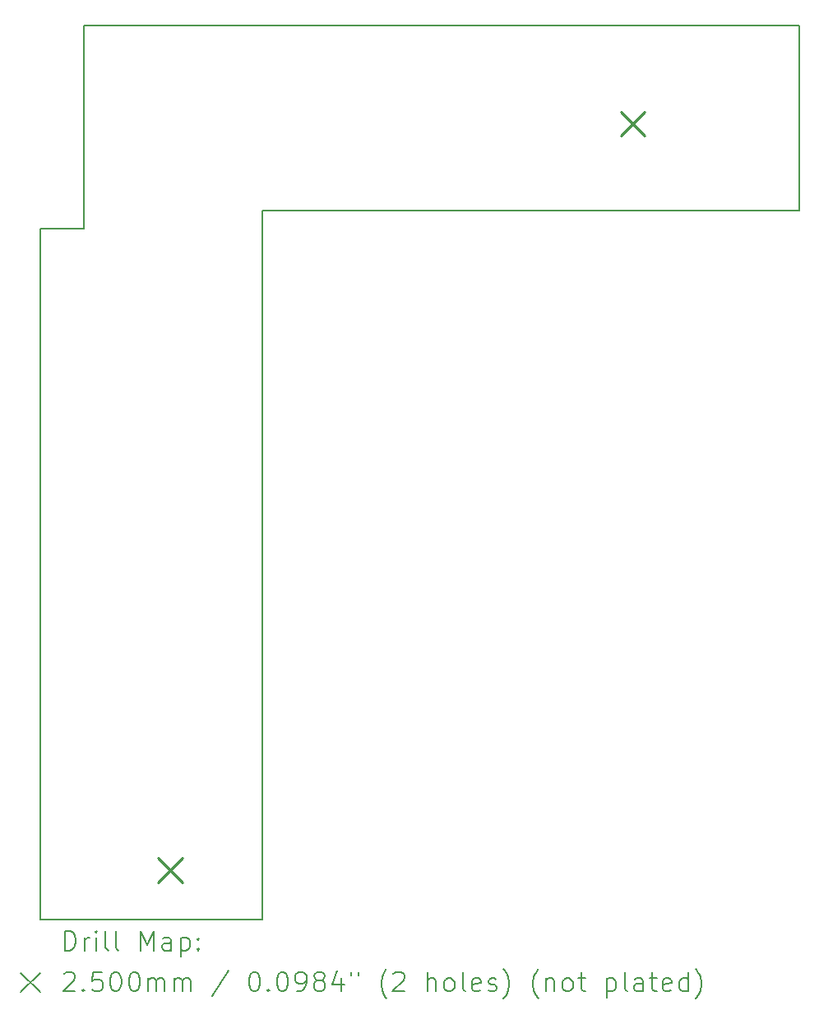
<source format=gbr>
%FSLAX45Y45*%
G04 Gerber Fmt 4.5, Leading zero omitted, Abs format (unit mm)*
G04 Created by KiCad (PCBNEW (6.0.5)) date 2023-01-02 22:47:55*
%MOMM*%
%LPD*%
G01*
G04 APERTURE LIST*
%TA.AperFunction,Profile*%
%ADD10C,0.150000*%
%TD*%
%ADD11C,0.200000*%
%ADD12C,0.250000*%
G04 APERTURE END LIST*
D10*
X10541000Y-8890000D02*
X10541000Y-6794500D01*
X17907000Y-8699500D02*
X17907000Y-6794500D01*
X17907000Y-6794500D02*
X10541000Y-6794500D01*
X10096500Y-16002000D02*
X10096500Y-8890000D01*
X10096500Y-8890000D02*
X10541000Y-8890000D01*
X12382500Y-16002000D02*
X12382500Y-8699500D01*
X12382500Y-16002000D02*
X10096500Y-16002000D01*
X12382500Y-8699500D02*
X17907000Y-8699500D01*
D11*
D12*
X11305000Y-15369000D02*
X11555000Y-15619000D01*
X11555000Y-15369000D02*
X11305000Y-15619000D01*
X16067500Y-7685500D02*
X16317500Y-7935500D01*
X16317500Y-7685500D02*
X16067500Y-7935500D01*
D11*
X10346619Y-16319976D02*
X10346619Y-16119976D01*
X10394238Y-16119976D01*
X10422810Y-16129500D01*
X10441857Y-16148548D01*
X10451381Y-16167595D01*
X10460905Y-16205690D01*
X10460905Y-16234262D01*
X10451381Y-16272357D01*
X10441857Y-16291405D01*
X10422810Y-16310452D01*
X10394238Y-16319976D01*
X10346619Y-16319976D01*
X10546619Y-16319976D02*
X10546619Y-16186643D01*
X10546619Y-16224738D02*
X10556143Y-16205690D01*
X10565667Y-16196167D01*
X10584714Y-16186643D01*
X10603762Y-16186643D01*
X10670429Y-16319976D02*
X10670429Y-16186643D01*
X10670429Y-16119976D02*
X10660905Y-16129500D01*
X10670429Y-16139024D01*
X10679952Y-16129500D01*
X10670429Y-16119976D01*
X10670429Y-16139024D01*
X10794238Y-16319976D02*
X10775190Y-16310452D01*
X10765667Y-16291405D01*
X10765667Y-16119976D01*
X10899000Y-16319976D02*
X10879952Y-16310452D01*
X10870429Y-16291405D01*
X10870429Y-16119976D01*
X11127571Y-16319976D02*
X11127571Y-16119976D01*
X11194238Y-16262833D01*
X11260905Y-16119976D01*
X11260905Y-16319976D01*
X11441857Y-16319976D02*
X11441857Y-16215214D01*
X11432333Y-16196167D01*
X11413286Y-16186643D01*
X11375190Y-16186643D01*
X11356143Y-16196167D01*
X11441857Y-16310452D02*
X11422809Y-16319976D01*
X11375190Y-16319976D01*
X11356143Y-16310452D01*
X11346619Y-16291405D01*
X11346619Y-16272357D01*
X11356143Y-16253309D01*
X11375190Y-16243786D01*
X11422809Y-16243786D01*
X11441857Y-16234262D01*
X11537095Y-16186643D02*
X11537095Y-16386643D01*
X11537095Y-16196167D02*
X11556143Y-16186643D01*
X11594238Y-16186643D01*
X11613286Y-16196167D01*
X11622809Y-16205690D01*
X11632333Y-16224738D01*
X11632333Y-16281881D01*
X11622809Y-16300928D01*
X11613286Y-16310452D01*
X11594238Y-16319976D01*
X11556143Y-16319976D01*
X11537095Y-16310452D01*
X11718048Y-16300928D02*
X11727571Y-16310452D01*
X11718048Y-16319976D01*
X11708524Y-16310452D01*
X11718048Y-16300928D01*
X11718048Y-16319976D01*
X11718048Y-16196167D02*
X11727571Y-16205690D01*
X11718048Y-16215214D01*
X11708524Y-16205690D01*
X11718048Y-16196167D01*
X11718048Y-16215214D01*
X9889000Y-16549500D02*
X10089000Y-16749500D01*
X10089000Y-16549500D02*
X9889000Y-16749500D01*
X10337095Y-16559024D02*
X10346619Y-16549500D01*
X10365667Y-16539976D01*
X10413286Y-16539976D01*
X10432333Y-16549500D01*
X10441857Y-16559024D01*
X10451381Y-16578071D01*
X10451381Y-16597119D01*
X10441857Y-16625690D01*
X10327571Y-16739976D01*
X10451381Y-16739976D01*
X10537095Y-16720928D02*
X10546619Y-16730452D01*
X10537095Y-16739976D01*
X10527571Y-16730452D01*
X10537095Y-16720928D01*
X10537095Y-16739976D01*
X10727571Y-16539976D02*
X10632333Y-16539976D01*
X10622810Y-16635214D01*
X10632333Y-16625690D01*
X10651381Y-16616167D01*
X10699000Y-16616167D01*
X10718048Y-16625690D01*
X10727571Y-16635214D01*
X10737095Y-16654262D01*
X10737095Y-16701881D01*
X10727571Y-16720928D01*
X10718048Y-16730452D01*
X10699000Y-16739976D01*
X10651381Y-16739976D01*
X10632333Y-16730452D01*
X10622810Y-16720928D01*
X10860905Y-16539976D02*
X10879952Y-16539976D01*
X10899000Y-16549500D01*
X10908524Y-16559024D01*
X10918048Y-16578071D01*
X10927571Y-16616167D01*
X10927571Y-16663786D01*
X10918048Y-16701881D01*
X10908524Y-16720928D01*
X10899000Y-16730452D01*
X10879952Y-16739976D01*
X10860905Y-16739976D01*
X10841857Y-16730452D01*
X10832333Y-16720928D01*
X10822810Y-16701881D01*
X10813286Y-16663786D01*
X10813286Y-16616167D01*
X10822810Y-16578071D01*
X10832333Y-16559024D01*
X10841857Y-16549500D01*
X10860905Y-16539976D01*
X11051381Y-16539976D02*
X11070429Y-16539976D01*
X11089476Y-16549500D01*
X11099000Y-16559024D01*
X11108524Y-16578071D01*
X11118048Y-16616167D01*
X11118048Y-16663786D01*
X11108524Y-16701881D01*
X11099000Y-16720928D01*
X11089476Y-16730452D01*
X11070429Y-16739976D01*
X11051381Y-16739976D01*
X11032333Y-16730452D01*
X11022810Y-16720928D01*
X11013286Y-16701881D01*
X11003762Y-16663786D01*
X11003762Y-16616167D01*
X11013286Y-16578071D01*
X11022810Y-16559024D01*
X11032333Y-16549500D01*
X11051381Y-16539976D01*
X11203762Y-16739976D02*
X11203762Y-16606643D01*
X11203762Y-16625690D02*
X11213286Y-16616167D01*
X11232333Y-16606643D01*
X11260905Y-16606643D01*
X11279952Y-16616167D01*
X11289476Y-16635214D01*
X11289476Y-16739976D01*
X11289476Y-16635214D02*
X11299000Y-16616167D01*
X11318048Y-16606643D01*
X11346619Y-16606643D01*
X11365667Y-16616167D01*
X11375190Y-16635214D01*
X11375190Y-16739976D01*
X11470428Y-16739976D02*
X11470428Y-16606643D01*
X11470428Y-16625690D02*
X11479952Y-16616167D01*
X11499000Y-16606643D01*
X11527571Y-16606643D01*
X11546619Y-16616167D01*
X11556143Y-16635214D01*
X11556143Y-16739976D01*
X11556143Y-16635214D02*
X11565667Y-16616167D01*
X11584714Y-16606643D01*
X11613286Y-16606643D01*
X11632333Y-16616167D01*
X11641857Y-16635214D01*
X11641857Y-16739976D01*
X12032333Y-16530452D02*
X11860905Y-16787595D01*
X12289476Y-16539976D02*
X12308524Y-16539976D01*
X12327571Y-16549500D01*
X12337095Y-16559024D01*
X12346619Y-16578071D01*
X12356143Y-16616167D01*
X12356143Y-16663786D01*
X12346619Y-16701881D01*
X12337095Y-16720928D01*
X12327571Y-16730452D01*
X12308524Y-16739976D01*
X12289476Y-16739976D01*
X12270428Y-16730452D01*
X12260905Y-16720928D01*
X12251381Y-16701881D01*
X12241857Y-16663786D01*
X12241857Y-16616167D01*
X12251381Y-16578071D01*
X12260905Y-16559024D01*
X12270428Y-16549500D01*
X12289476Y-16539976D01*
X12441857Y-16720928D02*
X12451381Y-16730452D01*
X12441857Y-16739976D01*
X12432333Y-16730452D01*
X12441857Y-16720928D01*
X12441857Y-16739976D01*
X12575190Y-16539976D02*
X12594238Y-16539976D01*
X12613286Y-16549500D01*
X12622809Y-16559024D01*
X12632333Y-16578071D01*
X12641857Y-16616167D01*
X12641857Y-16663786D01*
X12632333Y-16701881D01*
X12622809Y-16720928D01*
X12613286Y-16730452D01*
X12594238Y-16739976D01*
X12575190Y-16739976D01*
X12556143Y-16730452D01*
X12546619Y-16720928D01*
X12537095Y-16701881D01*
X12527571Y-16663786D01*
X12527571Y-16616167D01*
X12537095Y-16578071D01*
X12546619Y-16559024D01*
X12556143Y-16549500D01*
X12575190Y-16539976D01*
X12737095Y-16739976D02*
X12775190Y-16739976D01*
X12794238Y-16730452D01*
X12803762Y-16720928D01*
X12822809Y-16692357D01*
X12832333Y-16654262D01*
X12832333Y-16578071D01*
X12822809Y-16559024D01*
X12813286Y-16549500D01*
X12794238Y-16539976D01*
X12756143Y-16539976D01*
X12737095Y-16549500D01*
X12727571Y-16559024D01*
X12718048Y-16578071D01*
X12718048Y-16625690D01*
X12727571Y-16644738D01*
X12737095Y-16654262D01*
X12756143Y-16663786D01*
X12794238Y-16663786D01*
X12813286Y-16654262D01*
X12822809Y-16644738D01*
X12832333Y-16625690D01*
X12946619Y-16625690D02*
X12927571Y-16616167D01*
X12918048Y-16606643D01*
X12908524Y-16587595D01*
X12908524Y-16578071D01*
X12918048Y-16559024D01*
X12927571Y-16549500D01*
X12946619Y-16539976D01*
X12984714Y-16539976D01*
X13003762Y-16549500D01*
X13013286Y-16559024D01*
X13022809Y-16578071D01*
X13022809Y-16587595D01*
X13013286Y-16606643D01*
X13003762Y-16616167D01*
X12984714Y-16625690D01*
X12946619Y-16625690D01*
X12927571Y-16635214D01*
X12918048Y-16644738D01*
X12908524Y-16663786D01*
X12908524Y-16701881D01*
X12918048Y-16720928D01*
X12927571Y-16730452D01*
X12946619Y-16739976D01*
X12984714Y-16739976D01*
X13003762Y-16730452D01*
X13013286Y-16720928D01*
X13022809Y-16701881D01*
X13022809Y-16663786D01*
X13013286Y-16644738D01*
X13003762Y-16635214D01*
X12984714Y-16625690D01*
X13194238Y-16606643D02*
X13194238Y-16739976D01*
X13146619Y-16530452D02*
X13099000Y-16673309D01*
X13222809Y-16673309D01*
X13289476Y-16539976D02*
X13289476Y-16578071D01*
X13365667Y-16539976D02*
X13365667Y-16578071D01*
X13660905Y-16816167D02*
X13651381Y-16806643D01*
X13632333Y-16778071D01*
X13622809Y-16759024D01*
X13613286Y-16730452D01*
X13603762Y-16682833D01*
X13603762Y-16644738D01*
X13613286Y-16597119D01*
X13622809Y-16568548D01*
X13632333Y-16549500D01*
X13651381Y-16520928D01*
X13660905Y-16511405D01*
X13727571Y-16559024D02*
X13737095Y-16549500D01*
X13756143Y-16539976D01*
X13803762Y-16539976D01*
X13822809Y-16549500D01*
X13832333Y-16559024D01*
X13841857Y-16578071D01*
X13841857Y-16597119D01*
X13832333Y-16625690D01*
X13718048Y-16739976D01*
X13841857Y-16739976D01*
X14079952Y-16739976D02*
X14079952Y-16539976D01*
X14165667Y-16739976D02*
X14165667Y-16635214D01*
X14156143Y-16616167D01*
X14137095Y-16606643D01*
X14108524Y-16606643D01*
X14089476Y-16616167D01*
X14079952Y-16625690D01*
X14289476Y-16739976D02*
X14270428Y-16730452D01*
X14260905Y-16720928D01*
X14251381Y-16701881D01*
X14251381Y-16644738D01*
X14260905Y-16625690D01*
X14270428Y-16616167D01*
X14289476Y-16606643D01*
X14318048Y-16606643D01*
X14337095Y-16616167D01*
X14346619Y-16625690D01*
X14356143Y-16644738D01*
X14356143Y-16701881D01*
X14346619Y-16720928D01*
X14337095Y-16730452D01*
X14318048Y-16739976D01*
X14289476Y-16739976D01*
X14470428Y-16739976D02*
X14451381Y-16730452D01*
X14441857Y-16711405D01*
X14441857Y-16539976D01*
X14622809Y-16730452D02*
X14603762Y-16739976D01*
X14565667Y-16739976D01*
X14546619Y-16730452D01*
X14537095Y-16711405D01*
X14537095Y-16635214D01*
X14546619Y-16616167D01*
X14565667Y-16606643D01*
X14603762Y-16606643D01*
X14622809Y-16616167D01*
X14632333Y-16635214D01*
X14632333Y-16654262D01*
X14537095Y-16673309D01*
X14708524Y-16730452D02*
X14727571Y-16739976D01*
X14765667Y-16739976D01*
X14784714Y-16730452D01*
X14794238Y-16711405D01*
X14794238Y-16701881D01*
X14784714Y-16682833D01*
X14765667Y-16673309D01*
X14737095Y-16673309D01*
X14718048Y-16663786D01*
X14708524Y-16644738D01*
X14708524Y-16635214D01*
X14718048Y-16616167D01*
X14737095Y-16606643D01*
X14765667Y-16606643D01*
X14784714Y-16616167D01*
X14860905Y-16816167D02*
X14870428Y-16806643D01*
X14889476Y-16778071D01*
X14899000Y-16759024D01*
X14908524Y-16730452D01*
X14918048Y-16682833D01*
X14918048Y-16644738D01*
X14908524Y-16597119D01*
X14899000Y-16568548D01*
X14889476Y-16549500D01*
X14870428Y-16520928D01*
X14860905Y-16511405D01*
X15222809Y-16816167D02*
X15213286Y-16806643D01*
X15194238Y-16778071D01*
X15184714Y-16759024D01*
X15175190Y-16730452D01*
X15165667Y-16682833D01*
X15165667Y-16644738D01*
X15175190Y-16597119D01*
X15184714Y-16568548D01*
X15194238Y-16549500D01*
X15213286Y-16520928D01*
X15222809Y-16511405D01*
X15299000Y-16606643D02*
X15299000Y-16739976D01*
X15299000Y-16625690D02*
X15308524Y-16616167D01*
X15327571Y-16606643D01*
X15356143Y-16606643D01*
X15375190Y-16616167D01*
X15384714Y-16635214D01*
X15384714Y-16739976D01*
X15508524Y-16739976D02*
X15489476Y-16730452D01*
X15479952Y-16720928D01*
X15470428Y-16701881D01*
X15470428Y-16644738D01*
X15479952Y-16625690D01*
X15489476Y-16616167D01*
X15508524Y-16606643D01*
X15537095Y-16606643D01*
X15556143Y-16616167D01*
X15565667Y-16625690D01*
X15575190Y-16644738D01*
X15575190Y-16701881D01*
X15565667Y-16720928D01*
X15556143Y-16730452D01*
X15537095Y-16739976D01*
X15508524Y-16739976D01*
X15632333Y-16606643D02*
X15708524Y-16606643D01*
X15660905Y-16539976D02*
X15660905Y-16711405D01*
X15670428Y-16730452D01*
X15689476Y-16739976D01*
X15708524Y-16739976D01*
X15927571Y-16606643D02*
X15927571Y-16806643D01*
X15927571Y-16616167D02*
X15946619Y-16606643D01*
X15984714Y-16606643D01*
X16003762Y-16616167D01*
X16013286Y-16625690D01*
X16022809Y-16644738D01*
X16022809Y-16701881D01*
X16013286Y-16720928D01*
X16003762Y-16730452D01*
X15984714Y-16739976D01*
X15946619Y-16739976D01*
X15927571Y-16730452D01*
X16137095Y-16739976D02*
X16118048Y-16730452D01*
X16108524Y-16711405D01*
X16108524Y-16539976D01*
X16299000Y-16739976D02*
X16299000Y-16635214D01*
X16289476Y-16616167D01*
X16270428Y-16606643D01*
X16232333Y-16606643D01*
X16213286Y-16616167D01*
X16299000Y-16730452D02*
X16279952Y-16739976D01*
X16232333Y-16739976D01*
X16213286Y-16730452D01*
X16203762Y-16711405D01*
X16203762Y-16692357D01*
X16213286Y-16673309D01*
X16232333Y-16663786D01*
X16279952Y-16663786D01*
X16299000Y-16654262D01*
X16365667Y-16606643D02*
X16441857Y-16606643D01*
X16394238Y-16539976D02*
X16394238Y-16711405D01*
X16403762Y-16730452D01*
X16422809Y-16739976D01*
X16441857Y-16739976D01*
X16584714Y-16730452D02*
X16565667Y-16739976D01*
X16527571Y-16739976D01*
X16508524Y-16730452D01*
X16499000Y-16711405D01*
X16499000Y-16635214D01*
X16508524Y-16616167D01*
X16527571Y-16606643D01*
X16565667Y-16606643D01*
X16584714Y-16616167D01*
X16594238Y-16635214D01*
X16594238Y-16654262D01*
X16499000Y-16673309D01*
X16765667Y-16739976D02*
X16765667Y-16539976D01*
X16765667Y-16730452D02*
X16746619Y-16739976D01*
X16708524Y-16739976D01*
X16689476Y-16730452D01*
X16679952Y-16720928D01*
X16670428Y-16701881D01*
X16670428Y-16644738D01*
X16679952Y-16625690D01*
X16689476Y-16616167D01*
X16708524Y-16606643D01*
X16746619Y-16606643D01*
X16765667Y-16616167D01*
X16841857Y-16816167D02*
X16851381Y-16806643D01*
X16870429Y-16778071D01*
X16879952Y-16759024D01*
X16889476Y-16730452D01*
X16899000Y-16682833D01*
X16899000Y-16644738D01*
X16889476Y-16597119D01*
X16879952Y-16568548D01*
X16870429Y-16549500D01*
X16851381Y-16520928D01*
X16841857Y-16511405D01*
M02*

</source>
